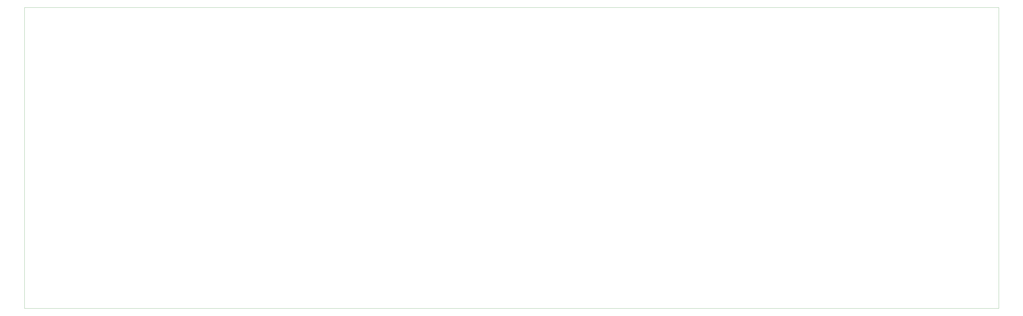
<source format=gm1>
G04*
G04 #@! TF.GenerationSoftware,Altium Limited,Altium Designer,18.1.6 (161)*
G04*
G04 Layer_Color=16711935*
%FSLAX25Y25*%
%MOIN*%
G70*
G01*
G75*
%ADD22C,0.00100*%
D22*
Y525000D02*
X1700000D01*
Y0D02*
Y525000D01*
X0Y0D02*
X1700000D01*
X0D02*
Y525000D01*
M02*

</source>
